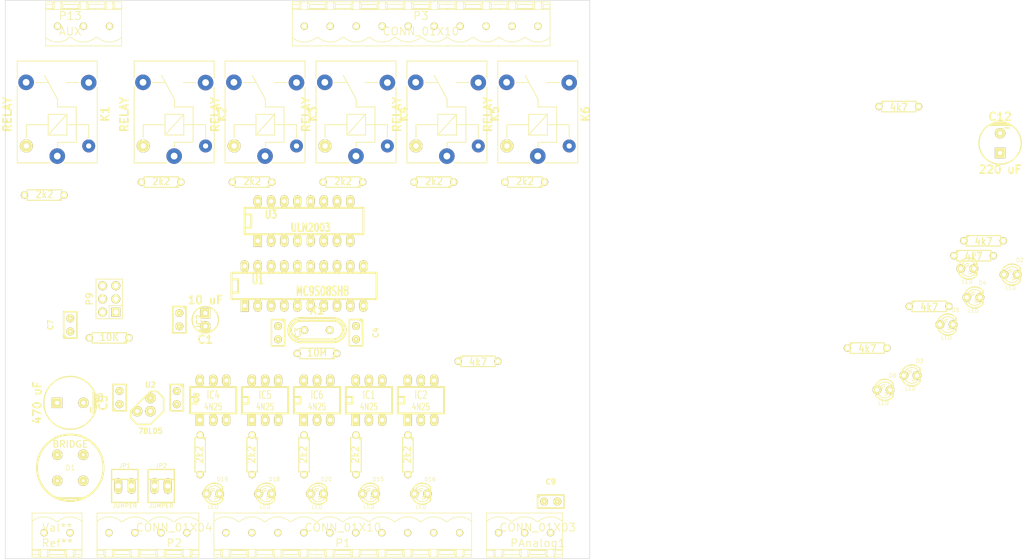
<source format=kicad_pcb>
(kicad_pcb (version 4) (host pcbnew 4.0.0-rc2-stable)
  (layers (0 F.Cu signal) (31 B.Cu signal) (34 B.Paste user) (35 F.Paste user) (36 B.SilkS user) (37 F.SilkS user) (38 B.Mask user) (39 F.Mask user) (44 Edge.Cuts user))
  (net 0 "")
  (net 1 /vreg)
  (net 2 GND)
  (net 3 /XTAL)
  (net 4 /EXTAL)
  (net 5 /24V)
  (net 6 /RESET)
  (net 7 /ADC)
  (net 8 /OPT4)
  (net 9 /OPT5)
  (net 10 "Net-(C12-Pad1)")
  (net 11 /OPT6)
  (net 12 /OPT1)
  (net 13 /OPT2)
  (net 14 "Net-(D1-Pad2)")
  (net 15 "Net-(D1-Pad4)")
  (net 16 "Net-(D2-Pad2)")
  (net 17 "Net-(D3-Pad2)")
  (net 18 "Net-(D4-Pad2)")
  (net 19 "Net-(D5-Pad2)")
  (net 20 "Net-(D6-Pad2)")
  (net 21 "Net-(D7-Pad2)")
  (net 22 "Net-(D15-Pad1)")
  (net 23 "Net-(D16-Pad1)")
  (net 24 "Net-(D18-Pad1)")
  (net 25 "Net-(D19-Pad1)")
  (net 26 "Net-(D20-Pad1)")
  (net 27 /In4)
  (net 28 "Net-(IC1-Pad6)")
  (net 29 /In5)
  (net 30 "Net-(IC2-Pad6)")
  (net 31 /In6)
  (net 32 /In1)
  (net 33 "Net-(IC4-Pad6)")
  (net 34 /In2)
  (net 35 "Net-(IC5-Pad6)")
  (net 36 /In3)
  (net 37 "Net-(IC6-Pad6)")
  (net 38 /24Sen)
  (net 39 /COMSen)
  (net 40 "Net-(K1-Pad3)")
  (net 41 "Net-(K1-Pad4)")
  (net 42 /RAUX)
  (net 43 "Net-(K1-Pad1)")
  (net 44 "Net-(K2-Pad3)")
  (net 45 "Net-(K2-Pad4)")
  (net 46 /R1)
  (net 47 "Net-(K2-Pad1)")
  (net 48 "Net-(K3-Pad3)")
  (net 49 "Net-(K3-Pad4)")
  (net 50 /R2)
  (net 51 "Net-(K3-Pad1)")
  (net 52 "Net-(K4-Pad3)")
  (net 53 "Net-(K4-Pad4)")
  (net 54 /R3)
  (net 55 "Net-(K4-Pad1)")
  (net 56 "Net-(K5-Pad3)")
  (net 57 "Net-(K5-Pad4)")
  (net 58 /R4)
  (net 59 "Net-(K5-Pad1)")
  (net 60 "Net-(K6-Pad3)")
  (net 61 "Net-(K6-Pad4)")
  (net 62 /R5)
  (net 63 "Net-(K6-Pad1)")
  (net 64 /OPT3)
  (net 65 /BDM)
  (net 66 "Net-(P9-Pad3)")
  (net 67 "Net-(P9-Pad5)")
  (net 68 "Net-(R1-Pad2)")
  (net 69 "Net-(R2-Pad2)")
  (net 70 "Net-(U1-Pad1)")
  (net 71 "Net-(U1-Pad2)")
  (net 72 "Net-(U1-Pad3)")
  (net 73 /Out5)
  (net 74 /OutAux)
  (net 75 /Out1)
  (net 76 /Out2)
  (net 77 /Out3)
  (net 78 /Out4)
  (net 79 "Net-(U1-Pad20)")
  (net 80 "Net-(U3-Pad7)")
  (net 81 "Net-(U3-Pad10)")
  (module Capacitors_ThroughHole:Capacitor5x11RM2.5 (layer F.Cu) (at 68.5 99 180)
    (fp_text reference C1 (at 0 -3.81 180) (layer F.SilkS) (effects (font (thickness 0.3048))))
    (fp_text value "10 uF" (at 0 3.81 180) (layer F.SilkS) (effects (font (thickness 0.3048))))
    (pad 1 thru_hole rect (at 0 1.27 180) (size 1.99898 1.99898) (drill 0.8001) (layers *.Cu *.Mask F.SilkS) (net 1 /vreg))
    (pad 2 thru_hole circle (at 0 -1.27 180) (size 1.99898 1.99898) (drill 0.8001) (layers *.Cu *.Mask F.SilkS) (net 2 GND))
  )
  (module Capacitors_ThroughHole:Capacitor3MMDiscRM2.5 (layer F.Cu) (at 63.5 99 270)
    (fp_text reference C2 (at 0 -3.81 270) (layer F.SilkS) (effects (font (size 1.016 1.016) (thickness 0.2032))))
    (fp_text value "0,1 uF" hide)
    (pad 1 thru_hole circle (at -1.27 0 270) (size 1.50114 1.50114) (drill 0.4) (layers *.Cu *.Mask F.SilkS) (net 1 /vreg))
    (pad 2 thru_hole circle (at 1.27 0 270) (size 1.50114 1.50114) (drill 0.4) (layers *.Cu *.Mask F.SilkS) (net 2 GND))
  )
  (module Capacitors_ThroughHole:Capacitor3MMDiscRM2.5 (layer F.Cu) (at 82.5 101.5 270)
    (fp_text reference C3 (at 0 -3.81 270) (layer F.SilkS) (effects (font (size 1.016 1.016) (thickness 0.2032))))
    (fp_text value "22 nF" hide)
    (pad 1 thru_hole circle (at -1.27 0 270) (size 1.50114 1.50114) (drill 0.4) (layers *.Cu *.Mask F.SilkS) (net 3 /XTAL))
    (pad 2 thru_hole circle (at 1.27 0 270) (size 1.50114 1.50114) (drill 0.4) (layers *.Cu *.Mask F.SilkS) (net 2 GND))
  )
  (module Capacitors_ThroughHole:Capacitor3MMDiscRM2.5 (layer F.Cu) (at 97.5 101.5 270)
    (fp_text reference C4 (at 0 -3.81 270) (layer F.SilkS) (effects (font (size 1.016 1.016) (thickness 0.2032))))
    (fp_text value "22 nF" hide)
    (pad 1 thru_hole circle (at -1.27 0 270) (size 1.50114 1.50114) (drill 0.4) (layers *.Cu *.Mask F.SilkS) (net 4 /EXTAL))
    (pad 2 thru_hole circle (at 1.27 0 270) (size 1.50114 1.50114) (drill 0.4) (layers *.Cu *.Mask F.SilkS) (net 2 GND))
  )
  (module Capacitors_ThroughHole:Capacitor10x16RM5 (layer F.Cu) (at 42.5 115 270)
    (fp_text reference C5 (at 0 -6.35 270) (layer F.SilkS) (effects (font (thickness 0.3048))))
    (fp_text value "470 uF" (at 0 6.35 270) (layer F.SilkS) (effects (font (thickness 0.3048))))
    (pad 1 thru_hole rect (at 0 2.54 270) (size 1.99898 1.99898) (drill 0.8001) (layers *.Cu *.Mask F.SilkS) (net 5 /24V))
    (pad 2 thru_hole circle (at 0 -2.54 270) (size 1.99898 1.99898) (drill 0.8001) (layers *.Cu *.Mask F.SilkS) (net 2 GND))
  )
  (module Capacitors_ThroughHole:Capacitor3MMDiscRM2.5 (layer F.Cu) (at 52 114 90)
    (fp_text reference C6 (at 0 -3.81 90) (layer F.SilkS) (effects (font (size 1.016 1.016) (thickness 0.2032))))
    (fp_text value "0.33 uF" hide)
    (pad 1 thru_hole circle (at -1.27 0 90) (size 1.50114 1.50114) (drill 0.4) (layers *.Cu *.Mask F.SilkS) (net 5 /24V))
    (pad 2 thru_hole circle (at 1.27 0 90) (size 1.50114 1.50114) (drill 0.4) (layers *.Cu *.Mask F.SilkS) (net 2 GND))
  )
  (module Capacitors_ThroughHole:Capacitor3MMDiscRM2.5 (layer F.Cu) (at 42.5 100 90)
    (fp_text reference C7 (at 0 -3.81 90) (layer F.SilkS) (effects (font (size 1.016 1.016) (thickness 0.2032))))
    (fp_text value "0.1 uF" hide)
    (pad 1 thru_hole circle (at -1.27 0 90) (size 1.50114 1.50114) (drill 0.4) (layers *.Cu *.Mask F.SilkS) (net 6 /RESET))
    (pad 2 thru_hole circle (at 1.27 0 90) (size 1.50114 1.50114) (drill 0.4) (layers *.Cu *.Mask F.SilkS) (net 2 GND))
  )
  (module Capacitors_ThroughHole:Capacitor3MMDiscRM2.5 (layer F.Cu) (at 63 114 270)
    (fp_text reference C8 (at 0 -3.81 270) (layer F.SilkS) (effects (font (size 1.016 1.016) (thickness 0.2032))))
    (fp_text value "0.01 uF" hide)
    (pad 1 thru_hole circle (at -1.27 0 270) (size 1.50114 1.50114) (drill 0.4) (layers *.Cu *.Mask F.SilkS) (net 1 /vreg))
    (pad 2 thru_hole circle (at 1.27 0 270) (size 1.50114 1.50114) (drill 0.4) (layers *.Cu *.Mask F.SilkS) (net 2 GND))
  )
  (module Capacitors_ThroughHole:Capacitor3MMDiscRM2.5 (layer F.Cu) (at 135 134)
    (fp_text reference C9 (at 0 -3.81) (layer F.SilkS) (effects (font (size 1.016 1.016) (thickness 0.2032))))
    (fp_text value "0,1 uF" hide)
    (pad 1 thru_hole circle (at -1.27 0) (size 1.50114 1.50114) (drill 0.4) (layers *.Cu *.Mask F.SilkS) (net 7 /ADC))
    (pad 2 thru_hole circle (at 1.27 0) (size 1.50114 1.50114) (drill 0.4) (layers *.Cu *.Mask F.SilkS) (net 2 GND))
  )
  (module Capacitors_ThroughHole:Capacitor8x21RM3.8 (layer F.Cu) (at 221.5 65)
    (fp_text reference C12 (at 0 -5.08) (layer F.SilkS) (effects (font (thickness 0.3048))))
    (fp_text value "220 uF" (at 0 5.08) (layer F.SilkS) (effects (font (thickness 0.3048))))
    (pad 1 thru_hole rect (at 0 1.905) (size 1.99898 1.99898) (drill 0.8001) (layers *.Cu *.Mask F.SilkS) (net 10 "Net-(C12-Pad1)"))
    (pad 2 thru_hole circle (at 0 -1.905) (size 1.99898 1.99898) (drill 0.8001) (layers *.Cu *.Mask F.SilkS) (net 11 /OPT6))
  )
  (module Discret:PUSH_BUTT_SHAPE1 (layer F.Cu) (at 42.5 127.5)
    (fp_text reference D1 (at 0 0) (layer F.SilkS) (effects (font (size 1.00076 1.00076) (thickness 0.09906))))
    (fp_text value BRIDGE (at 0 -4.54914) (layer F.SilkS) (effects (font (size 1.27 1.27) (thickness 0.2032))))
    (pad 1 thru_hole circle (at -2.49936 -2.49936) (size 1.99898 1.99898) (drill 0.508) (layers *.Cu *.Mask F.SilkS) (net 14 "Net-(D1-Pad2)"))
    (pad 2 thru_hole circle (at 2.49936 -2.49936) (size 1.99898 1.99898) (drill 0.508) (layers *.Cu *.Mask F.SilkS) (net 2 GND))
    (pad 4 thru_hole circle (at 2.49936 2.49936) (size 1.99898 1.99898) (drill 0.508) (layers *.Cu *.Mask F.SilkS) (net 15 "Net-(D1-Pad4)"))
    (pad 3 thru_hole circle (at -2.49936 2.49936) (size 1.99898 1.99898) (drill 0.508) (layers *.Cu *.Mask F.SilkS) (net 5 /24V))
  )
  (module LEDs:LED-3MM (layer F.Cu) (at 223.5322 90.31475)
    (fp_text reference D2 (at 1.778 -2.794) (layer F.SilkS) (effects (font (size 0.762 0.762) (thickness 0.0889))))
    (fp_text value LED (at 0 2.54) (layer F.SilkS) (effects (font (size 0.762 0.762) (thickness 0.0889))))
    (pad 1 thru_hole circle (at -1.27 0) (size 1.6764 1.6764) (drill 0.8128) (layers *.Cu *.Mask F.SilkS) (net 5 /24V))
    (pad 2 thru_hole circle (at 1.27 0) (size 1.6764 1.6764) (drill 0.8128) (layers *.Cu *.Mask F.SilkS) (net 16 "Net-(D2-Pad2)"))
  )
  (module LEDs:LED-3MM (layer F.Cu) (at 204.2422 109.72475)
    (fp_text reference D3 (at 1.778 -2.794) (layer F.SilkS) (effects (font (size 0.762 0.762) (thickness 0.0889))))
    (fp_text value LED (at 0 2.54) (layer F.SilkS) (effects (font (size 0.762 0.762) (thickness 0.0889))))
    (pad 1 thru_hole circle (at -1.27 0) (size 1.6764 1.6764) (drill 0.8128) (layers *.Cu *.Mask F.SilkS) (net 5 /24V))
    (pad 2 thru_hole circle (at 1.27 0) (size 1.6764 1.6764) (drill 0.8128) (layers *.Cu *.Mask F.SilkS) (net 17 "Net-(D3-Pad2)"))
  )
  (module LEDs:LED-3MM (layer F.Cu) (at 216.3522 94.71475)
    (fp_text reference D4 (at 1.778 -2.794) (layer F.SilkS) (effects (font (size 0.762 0.762) (thickness 0.0889))))
    (fp_text value LED (at 0 2.54) (layer F.SilkS) (effects (font (size 0.762 0.762) (thickness 0.0889))))
    (pad 1 thru_hole circle (at -1.27 0) (size 1.6764 1.6764) (drill 0.8128) (layers *.Cu *.Mask F.SilkS) (net 5 /24V))
    (pad 2 thru_hole circle (at 1.27 0) (size 1.6764 1.6764) (drill 0.8128) (layers *.Cu *.Mask F.SilkS) (net 18 "Net-(D4-Pad2)"))
  )
  (module LEDs:LED-3MM (layer F.Cu) (at 211.1722 99.92475)
    (fp_text reference D5 (at 1.778 -2.794) (layer F.SilkS) (effects (font (size 0.762 0.762) (thickness 0.0889))))
    (fp_text value LED (at 0 2.54) (layer F.SilkS) (effects (font (size 0.762 0.762) (thickness 0.0889))))
    (pad 1 thru_hole circle (at -1.27 0) (size 1.6764 1.6764) (drill 0.8128) (layers *.Cu *.Mask F.SilkS) (net 5 /24V))
    (pad 2 thru_hole circle (at 1.27 0) (size 1.6764 1.6764) (drill 0.8128) (layers *.Cu *.Mask F.SilkS) (net 19 "Net-(D5-Pad2)"))
  )
  (module LEDs:LED-3MM (layer F.Cu) (at 199.0622 112.50475)
    (fp_text reference D6 (at 1.778 -2.794) (layer F.SilkS) (effects (font (size 0.762 0.762) (thickness 0.0889))))
    (fp_text value LED (at 0 2.54) (layer F.SilkS) (effects (font (size 0.762 0.762) (thickness 0.0889))))
    (pad 1 thru_hole circle (at -1.27 0) (size 1.6764 1.6764) (drill 0.8128) (layers *.Cu *.Mask F.SilkS) (net 5 /24V))
    (pad 2 thru_hole circle (at 1.27 0) (size 1.6764 1.6764) (drill 0.8128) (layers *.Cu *.Mask F.SilkS) (net 20 "Net-(D6-Pad2)"))
  )
  (module LEDs:LED-3MM (layer F.Cu) (at 215.1822 89.16475)
    (fp_text reference D7 (at 1.778 -2.794) (layer F.SilkS) (effects (font (size 0.762 0.762) (thickness 0.0889))))
    (fp_text value LED (at 0 2.54) (layer F.SilkS) (effects (font (size 0.762 0.762) (thickness 0.0889))))
    (pad 1 thru_hole circle (at -1.27 0) (size 1.6764 1.6764) (drill 0.8128) (layers *.Cu *.Mask F.SilkS) (net 5 /24V))
    (pad 2 thru_hole circle (at 1.27 0) (size 1.6764 1.6764) (drill 0.8128) (layers *.Cu *.Mask F.SilkS) (net 21 "Net-(D7-Pad2)"))
  )
  (module LEDs:LED-3MM (layer F.Cu) (at 100 132.5)
    (fp_text reference D15 (at 1.778 -2.794) (layer F.SilkS) (effects (font (size 0.762 0.762) (thickness 0.0889))))
    (fp_text value LED (at 0 2.54) (layer F.SilkS) (effects (font (size 0.762 0.762) (thickness 0.0889))))
    (pad 1 thru_hole circle (at -1.27 0) (size 1.6764 1.6764) (drill 0.8128) (layers *.Cu *.Mask F.SilkS) (net 22 "Net-(D15-Pad1)"))
    (pad 2 thru_hole circle (at 1.27 0) (size 1.6764 1.6764) (drill 0.8128) (layers *.Cu *.Mask F.SilkS) (net 8 /OPT4))
  )
  (module LEDs:LED-3MM (layer F.Cu) (at 110 132.5)
    (fp_text reference D16 (at 1.778 -2.794) (layer F.SilkS) (effects (font (size 0.762 0.762) (thickness 0.0889))))
    (fp_text value LED (at 0 2.54) (layer F.SilkS) (effects (font (size 0.762 0.762) (thickness 0.0889))))
    (pad 1 thru_hole circle (at -1.27 0) (size 1.6764 1.6764) (drill 0.8128) (layers *.Cu *.Mask F.SilkS) (net 23 "Net-(D16-Pad1)"))
    (pad 2 thru_hole circle (at 1.27 0) (size 1.6764 1.6764) (drill 0.8128) (layers *.Cu *.Mask F.SilkS) (net 9 /OPT5))
  )
  (module LEDs:LED-3MM (layer F.Cu) (at 80 132.5)
    (fp_text reference D18 (at 1.778 -2.794) (layer F.SilkS) (effects (font (size 0.762 0.762) (thickness 0.0889))))
    (fp_text value LED (at 0 2.54) (layer F.SilkS) (effects (font (size 0.762 0.762) (thickness 0.0889))))
    (pad 1 thru_hole circle (at -1.27 0) (size 1.6764 1.6764) (drill 0.8128) (layers *.Cu *.Mask F.SilkS) (net 24 "Net-(D18-Pad1)"))
    (pad 2 thru_hole circle (at 1.27 0) (size 1.6764 1.6764) (drill 0.8128) (layers *.Cu *.Mask F.SilkS) (net 13 /OPT2))
  )
  (module LEDs:LED-3MM (layer F.Cu) (at 70 132.5)
    (fp_text reference D19 (at 1.778 -2.794) (layer F.SilkS) (effects (font (size 0.762 0.762) (thickness 0.0889))))
    (fp_text value LED (at 0 2.54) (layer F.SilkS) (effects (font (size 0.762 0.762) (thickness 0.0889))))
    (pad 1 thru_hole circle (at -1.27 0) (size 1.6764 1.6764) (drill 0.8128) (layers *.Cu *.Mask F.SilkS) (net 25 "Net-(D19-Pad1)"))
    (pad 2 thru_hole circle (at 1.27 0) (size 1.6764 1.6764) (drill 0.8128) (layers *.Cu *.Mask F.SilkS) (net 12 /OPT1))
  )
  (module LEDs:LED-3MM (layer F.Cu) (at 90 132.5)
    (fp_text reference D20 (at 1.778 -2.794) (layer F.SilkS) (effects (font (size 0.762 0.762) (thickness 0.0889))))
    (fp_text value LED (at 0 2.54) (layer F.SilkS) (effects (font (size 0.762 0.762) (thickness 0.0889))))
    (pad 1 thru_hole circle (at -1.27 0) (size 1.6764 1.6764) (drill 0.8128) (layers *.Cu *.Mask F.SilkS) (net 26 "Net-(D20-Pad1)"))
    (pad 2 thru_hole circle (at 1.27 0) (size 1.6764 1.6764) (drill 0.8128) (layers *.Cu *.Mask F.SilkS) (net 64 /OPT3))
  )
  (module Sockets_DIP:DIP-6__300_ELL (layer F.Cu) (at 100 114.5)
    (fp_text reference IC1 (at 0 -1.016) (layer F.SilkS) (effects (font (size 1.524 1.016) (thickness 0.1524))))
    (fp_text value 4N25 (at 0 1.27) (layer F.SilkS) (effects (font (size 1.27 0.889) (thickness 0.1524))))
    (pad 1 thru_hole rect (at -2.54 3.81) (size 1.5748 2.286) (drill 0.8128) (layers *.Cu *.Mask F.SilkS) (net 22 "Net-(D15-Pad1)"))
    (pad 2 thru_hole oval (at 0 3.81) (size 1.5748 2.286) (drill 0.8128) (layers *.Cu *.Mask F.SilkS) (net 8 /OPT4))
    (pad 3 thru_hole oval (at 2.54 3.81) (size 1.5748 2.286) (drill 0.8128) (layers *.Cu *.Mask F.SilkS))
    (pad 4 thru_hole oval (at 2.54 -3.81) (size 1.5748 2.286) (drill 0.8128) (layers *.Cu *.Mask F.SilkS) (net 2 GND))
    (pad 5 thru_hole oval (at 0 -3.81) (size 1.5748 2.286) (drill 0.8128) (layers *.Cu *.Mask F.SilkS) (net 27 /In4))
    (pad 6 thru_hole oval (at -2.54 -3.81) (size 1.5748 2.286) (drill 0.8128) (layers *.Cu *.Mask F.SilkS) (net 28 "Net-(IC1-Pad6)"))
  )
  (module Sockets_DIP:DIP-6__300_ELL (layer F.Cu) (at 110 114.5)
    (fp_text reference IC2 (at 0 -1.016) (layer F.SilkS) (effects (font (size 1.524 1.016) (thickness 0.1524))))
    (fp_text value 4N25 (at 0 1.27) (layer F.SilkS) (effects (font (size 1.27 0.889) (thickness 0.1524))))
    (pad 1 thru_hole rect (at -2.54 3.81) (size 1.5748 2.286) (drill 0.8128) (layers *.Cu *.Mask F.SilkS) (net 23 "Net-(D16-Pad1)"))
    (pad 2 thru_hole oval (at 0 3.81) (size 1.5748 2.286) (drill 0.8128) (layers *.Cu *.Mask F.SilkS) (net 9 /OPT5))
    (pad 3 thru_hole oval (at 2.54 3.81) (size 1.5748 2.286) (drill 0.8128) (layers *.Cu *.Mask F.SilkS))
    (pad 4 thru_hole oval (at 2.54 -3.81) (size 1.5748 2.286) (drill 0.8128) (layers *.Cu *.Mask F.SilkS) (net 2 GND))
    (pad 5 thru_hole oval (at 0 -3.81) (size 1.5748 2.286) (drill 0.8128) (layers *.Cu *.Mask F.SilkS) (net 29 /In5))
    (pad 6 thru_hole oval (at -2.54 -3.81) (size 1.5748 2.286) (drill 0.8128) (layers *.Cu *.Mask F.SilkS) (net 30 "Net-(IC2-Pad6)"))
  )
  (module Sockets_DIP:DIP-6__300_ELL (layer F.Cu) (at 70 114.5)
    (fp_text reference IC4 (at 0 -1.016) (layer F.SilkS) (effects (font (size 1.524 1.016) (thickness 0.1524))))
    (fp_text value 4N25 (at 0 1.27) (layer F.SilkS) (effects (font (size 1.27 0.889) (thickness 0.1524))))
    (pad 1 thru_hole rect (at -2.54 3.81) (size 1.5748 2.286) (drill 0.8128) (layers *.Cu *.Mask F.SilkS) (net 25 "Net-(D19-Pad1)"))
    (pad 2 thru_hole oval (at 0 3.81) (size 1.5748 2.286) (drill 0.8128) (layers *.Cu *.Mask F.SilkS) (net 12 /OPT1))
    (pad 3 thru_hole oval (at 2.54 3.81) (size 1.5748 2.286) (drill 0.8128) (layers *.Cu *.Mask F.SilkS))
    (pad 4 thru_hole oval (at 2.54 -3.81) (size 1.5748 2.286) (drill 0.8128) (layers *.Cu *.Mask F.SilkS) (net 2 GND))
    (pad 5 thru_hole oval (at 0 -3.81) (size 1.5748 2.286) (drill 0.8128) (layers *.Cu *.Mask F.SilkS) (net 32 /In1))
    (pad 6 thru_hole oval (at -2.54 -3.81) (size 1.5748 2.286) (drill 0.8128) (layers *.Cu *.Mask F.SilkS) (net 33 "Net-(IC4-Pad6)"))
  )
  (module Sockets_DIP:DIP-6__300_ELL (layer F.Cu) (at 80 114.5)
    (fp_text reference IC5 (at 0 -1.016) (layer F.SilkS) (effects (font (size 1.524 1.016) (thickness 0.1524))))
    (fp_text value 4N25 (at 0 1.27) (layer F.SilkS) (effects (font (size 1.27 0.889) (thickness 0.1524))))
    (pad 1 thru_hole rect (at -2.54 3.81) (size 1.5748 2.286) (drill 0.8128) (layers *.Cu *.Mask F.SilkS) (net 24 "Net-(D18-Pad1)"))
    (pad 2 thru_hole oval (at 0 3.81) (size 1.5748 2.286) (drill 0.8128) (layers *.Cu *.Mask F.SilkS) (net 13 /OPT2))
    (pad 3 thru_hole oval (at 2.54 3.81) (size 1.5748 2.286) (drill 0.8128) (layers *.Cu *.Mask F.SilkS))
    (pad 4 thru_hole oval (at 2.54 -3.81) (size 1.5748 2.286) (drill 0.8128) (layers *.Cu *.Mask F.SilkS) (net 2 GND))
    (pad 5 thru_hole oval (at 0 -3.81) (size 1.5748 2.286) (drill 0.8128) (layers *.Cu *.Mask F.SilkS) (net 34 /In2))
    (pad 6 thru_hole oval (at -2.54 -3.81) (size 1.5748 2.286) (drill 0.8128) (layers *.Cu *.Mask F.SilkS) (net 35 "Net-(IC5-Pad6)"))
  )
  (module Sockets_DIP:DIP-6__300_ELL (layer F.Cu) (at 90 114.5)
    (fp_text reference IC6 (at 0 -1.016) (layer F.SilkS) (effects (font (size 1.524 1.016) (thickness 0.1524))))
    (fp_text value 4N25 (at 0 1.27) (layer F.SilkS) (effects (font (size 1.27 0.889) (thickness 0.1524))))
    (pad 1 thru_hole rect (at -2.54 3.81) (size 1.5748 2.286) (drill 0.8128) (layers *.Cu *.Mask F.SilkS) (net 26 "Net-(D20-Pad1)"))
    (pad 2 thru_hole oval (at 0 3.81) (size 1.5748 2.286) (drill 0.8128) (layers *.Cu *.Mask F.SilkS) (net 64 /OPT3))
    (pad 3 thru_hole oval (at 2.54 3.81) (size 1.5748 2.286) (drill 0.8128) (layers *.Cu *.Mask F.SilkS))
    (pad 4 thru_hole oval (at 2.54 -3.81) (size 1.5748 2.286) (drill 0.8128) (layers *.Cu *.Mask F.SilkS) (net 2 GND))
    (pad 5 thru_hole oval (at 0 -3.81) (size 1.5748 2.286) (drill 0.8128) (layers *.Cu *.Mask F.SilkS) (net 36 /In3))
    (pad 6 thru_hole oval (at -2.54 -3.81) (size 1.5748 2.286) (drill 0.8128) (layers *.Cu *.Mask F.SilkS) (net 37 "Net-(IC6-Pad6)"))
  )
  (module Connect:PINHEAD1-2 (layer F.Cu) (at 53 131)
    (fp_text reference JP1 (at 0 -3.9) (layer F.SilkS) (effects (font (size 0.8 0.8) (thickness 0.12))))
    (fp_text value JUMPER (at 0 3.81) (layer F.SilkS) (effects (font (size 0.8 0.8) (thickness 0.12))))
    (pad 1 thru_hole oval (at -1.27 0) (size 1.50622 3.01498) (drill 0.99822) (layers *.Cu *.Mask F.SilkS) (net 38 /24Sen))
    (pad 2 thru_hole oval (at 1.27 0) (size 1.50622 3.01498) (drill 0.99822) (layers *.Cu *.Mask F.SilkS) (net 5 /24V))
  )
  (module Connect:PINHEAD1-2 (layer F.Cu) (at 60 131)
    (fp_text reference JP2 (at 0 -3.9) (layer F.SilkS) (effects (font (size 0.8 0.8) (thickness 0.12))))
    (fp_text value JUMPER (at 0 3.81) (layer F.SilkS) (effects (font (size 0.8 0.8) (thickness 0.12))))
    (pad 1 thru_hole oval (at -1.27 0) (size 1.50622 3.01498) (drill 0.99822) (layers *.Cu *.Mask F.SilkS) (net 39 /COMSen))
    (pad 2 thru_hole oval (at 1.27 0) (size 1.50622 3.01498) (drill 0.99822) (layers *.Cu *.Mask F.SilkS) (net 2 GND))
  )
  (module Relays_ThroughHole:Relay_SANYOU_SRD_Series_Form_C (layer F.Cu) (at 40 67.5 90)
    (fp_text reference K1 (at 8.1 9.2 90) (layer F.SilkS) (effects (font (thickness 0.3048))))
    (fp_text value RELAY (at 8 -9.6 90) (layer F.SilkS) (effects (font (thickness 0.3048))))
    (pad 2 thru_hole circle (at 1.95 6.05 180) (size 2.5 2.5) (drill 1) (layers *.Cu *.Mask) (net 5 /24V))
    (pad 3 thru_hole circle (at 14.15 6.05 180) (size 3 3) (drill 1.3) (layers *.Cu *.Mask) (net 40 "Net-(K1-Pad3)"))
    (pad 4 thru_hole circle (at 14.2 -6 180) (size 3 3) (drill 1.3) (layers *.Cu *.Mask) (net 41 "Net-(K1-Pad4)"))
    (pad 5 thru_hole circle (at 1.95 -5.95 180) (size 2.5 2.5) (drill 1) (layers *.Cu *.Mask F.SilkS) (net 42 /RAUX))
    (pad 1 thru_hole circle (at 0 0 180) (size 3 3) (drill 1.3) (layers *.Cu *.Mask) (net 43 "Net-(K1-Pad1)"))
  )
  (module Relays_ThroughHole:Relay_SANYOU_SRD_Series_Form_C (layer F.Cu) (at 62.5 67.5 90)
    (fp_text reference K2 (at 8.1 9.2 90) (layer F.SilkS) (effects (font (thickness 0.3048))))
    (fp_text value RELAY (at 8 -9.6 90) (layer F.SilkS) (effects (font (thickness 0.3048))))
    (pad 2 thru_hole circle (at 1.95 6.05 180) (size 2.5 2.5) (drill 1) (layers *.Cu *.Mask) (net 5 /24V))
    (pad 3 thru_hole circle (at 14.15 6.05 180) (size 3 3) (drill 1.3) (layers *.Cu *.Mask) (net 44 "Net-(K2-Pad3)"))
    (pad 4 thru_hole circle (at 14.2 -6 180) (size 3 3) (drill 1.3) (layers *.Cu *.Mask) (net 45 "Net-(K2-Pad4)"))
    (pad 5 thru_hole circle (at 1.95 -5.95 180) (size 2.5 2.5) (drill 1) (layers *.Cu *.Mask F.SilkS) (net 46 /R1))
    (pad 1 thru_hole circle (at 0 0 180) (size 3 3) (drill 1.3) (layers *.Cu *.Mask) (net 47 "Net-(K2-Pad1)"))
  )
  (module Relays_ThroughHole:Relay_SANYOU_SRD_Series_Form_C (layer F.Cu) (at 80 67.5 90)
    (fp_text reference K3 (at 8.1 9.2 90) (layer F.SilkS) (effects (font (thickness 0.3048))))
    (fp_text value RELAY (at 8 -9.6 90) (layer F.SilkS) (effects (font (thickness 0.3048))))
    (pad 2 thru_hole circle (at 1.95 6.05 180) (size 2.5 2.5) (drill 1) (layers *.Cu *.Mask) (net 5 /24V))
    (pad 3 thru_hole circle (at 14.15 6.05 180) (size 3 3) (drill 1.3) (layers *.Cu *.Mask) (net 48 "Net-(K3-Pad3)"))
    (pad 4 thru_hole circle (at 14.2 -6 180) (size 3 3) (drill 1.3) (layers *.Cu *.Mask) (net 49 "Net-(K3-Pad4)"))
    (pad 5 thru_hole circle (at 1.95 -5.95 180) (size 2.5 2.5) (drill 1) (layers *.Cu *.Mask F.SilkS) (net 50 /R2))
    (pad 1 thru_hole circle (at 0 0 180) (size 3 3) (drill 1.3) (layers *.Cu *.Mask) (net 51 "Net-(K3-Pad1)"))
  )
  (module Relays_ThroughHole:Relay_SANYOU_SRD_Series_Form_C (layer F.Cu) (at 97.5 67.5 90)
    (fp_text reference K4 (at 8.1 9.2 90) (layer F.SilkS) (effects (font (thickness 0.3048))))
    (fp_text value RELAY (at 8 -9.6 90) (layer F.SilkS) (effects (font (thickness 0.3048))))
    (pad 2 thru_hole circle (at 1.95 6.05 180) (size 2.5 2.5) (drill 1) (layers *.Cu *.Mask) (net 5 /24V))
    (pad 3 thru_hole circle (at 14.15 6.05 180) (size 3 3) (drill 1.3) (layers *.Cu *.Mask) (net 52 "Net-(K4-Pad3)"))
    (pad 4 thru_hole circle (at 14.2 -6 180) (size 3 3) (drill 1.3) (layers *.Cu *.Mask) (net 53 "Net-(K4-Pad4)"))
    (pad 5 thru_hole circle (at 1.95 -5.95 180) (size 2.5 2.5) (drill 1) (layers *.Cu *.Mask F.SilkS) (net 54 /R3))
    (pad 1 thru_hole circle (at 0 0 180) (size 3 3) (drill 1.3) (layers *.Cu *.Mask) (net 55 "Net-(K4-Pad1)"))
  )
  (module Relays_ThroughHole:Relay_SANYOU_SRD_Series_Form_C (layer F.Cu) (at 115 67.5 90)
    (fp_text reference K5 (at 8.1 9.2 90) (layer F.SilkS) (effects (font (thickness 0.3048))))
    (fp_text value RELAY (at 8 -9.6 90) (layer F.SilkS) (effects (font (thickness 0.3048))))
    (pad 2 thru_hole circle (at 1.95 6.05 180) (size 2.5 2.5) (drill 1) (layers *.Cu *.Mask) (net 5 /24V))
    (pad 3 thru_hole circle (at 14.15 6.05 180) (size 3 3) (drill 1.3) (layers *.Cu *.Mask) (net 56 "Net-(K5-Pad3)"))
    (pad 4 thru_hole circle (at 14.2 -6 180) (size 3 3) (drill 1.3) (layers *.Cu *.Mask) (net 57 "Net-(K5-Pad4)"))
    (pad 5 thru_hole circle (at 1.95 -5.95 180) (size 2.5 2.5) (drill 1) (layers *.Cu *.Mask F.SilkS) (net 58 /R4))
    (pad 1 thru_hole circle (at 0 0 180) (size 3 3) (drill 1.3) (layers *.Cu *.Mask) (net 59 "Net-(K5-Pad1)"))
  )
  (module Relays_ThroughHole:Relay_SANYOU_SRD_Series_Form_C (layer F.Cu) (at 132.5 67.5 90)
    (fp_text reference K6 (at 8.1 9.2 90) (layer F.SilkS) (effects (font (thickness 0.3048))))
    (fp_text value RELAY (at 8 -9.6 90) (layer F.SilkS) (effects (font (thickness 0.3048))))
    (pad 2 thru_hole circle (at 1.95 6.05 180) (size 2.5 2.5) (drill 1) (layers *.Cu *.Mask) (net 5 /24V))
    (pad 3 thru_hole circle (at 14.15 6.05 180) (size 3 3) (drill 1.3) (layers *.Cu *.Mask) (net 60 "Net-(K6-Pad3)"))
    (pad 4 thru_hole circle (at 14.2 -6 180) (size 3 3) (drill 1.3) (layers *.Cu *.Mask) (net 61 "Net-(K6-Pad4)"))
    (pad 5 thru_hole circle (at 1.95 -5.95 180) (size 2.5 2.5) (drill 1) (layers *.Cu *.Mask F.SilkS) (net 62 /R5))
    (pad 1 thru_hole circle (at 0 0 180) (size 3 3) (drill 1.3) (layers *.Cu *.Mask) (net 63 "Net-(K6-Pad1)"))
  )
  (module locales:PHOENIX_MSTBA2,54-G_10 (layer F.Cu) (at 95 140 180)
    (fp_text reference P1 (at 0 -2 180) (layer F.SilkS))
    (fp_text value CONN_01X10 (at 0 1 180) (layer F.SilkS))
    (pad 1 thru_hole rect (at 22.55 -0.02 180) (size 2.54 0) (drill 1.29794) (layers *.Cu F.Paste F.SilkS F.Mask) (net 39 /COMSen))
    (pad 1 thru_hole rect (at 17.55 -0.02 180) (size 2.54 0) (drill 1.29794) (layers *.Cu F.Paste F.SilkS F.Mask) (net 39 /COMSen))
    (pad 9 thru_hole circle (at 17.55 0 180) (size 1.397 1.397) (drill 0.8128) (layers *.Cu *.Mask F.SilkS) (net 39 /COMSen))
    (pad 10 thru_hole circle (at 22.54 -0.01 180) (size 1.397 1.397) (drill 0.8128) (layers *.Cu *.Mask F.SilkS) (net 12 /OPT1))
    (pad 1 thru_hole rect (at 12.55 -0.02 180) (size 2.54 0) (drill 1.29794) (layers *.Cu F.Paste F.SilkS F.Mask) (net 39 /COMSen))
    (pad 1 thru_hole rect (at 7.55 -0.02 180) (size 2.54 0) (drill 1.29794) (layers *.Cu F.Paste F.SilkS F.Mask) (net 39 /COMSen))
    (pad 7 thru_hole circle (at 7.55 0 180) (size 1.397 1.397) (drill 0.8128) (layers *.Cu *.Mask F.SilkS) (net 39 /COMSen))
    (pad 8 thru_hole circle (at 12.54 -0.01 180) (size 1.397 1.397) (drill 0.8128) (layers *.Cu *.Mask F.SilkS) (net 13 /OPT2))
    (pad 1 thru_hole rect (at -17.45 -0.02 180) (size 2.54 0) (drill 1.29794) (layers *.Cu F.Paste F.SilkS F.Mask) (net 39 /COMSen))
    (pad 1 thru_hole rect (at -22.45 -0.02 180) (size 2.54 0) (drill 1.29794) (layers *.Cu F.Paste F.SilkS F.Mask) (net 39 /COMSen))
    (pad 1 thru_hole circle (at -22.45 0 180) (size 1.397 1.397) (drill 0.8128) (layers *.Cu *.Mask F.SilkS) (net 39 /COMSen))
    (pad 2 thru_hole circle (at -17.46 -0.01 180) (size 1.397 1.397) (drill 0.8128) (layers *.Cu *.Mask F.SilkS) (net 9 /OPT5))
    (pad 1 thru_hole rect (at -7.45 -0.02 180) (size 2.54 0) (drill 1.29794) (layers *.Cu F.Paste F.SilkS F.Mask) (net 39 /COMSen))
    (pad 1 thru_hole rect (at -12.45 -0.02 180) (size 2.54 0) (drill 1.29794) (layers *.Cu F.Paste F.SilkS F.Mask) (net 39 /COMSen))
    (pad 3 thru_hole circle (at -12.45 0 180) (size 1.397 1.397) (drill 0.8128) (layers *.Cu *.Mask F.SilkS) (net 39 /COMSen))
    (pad 4 thru_hole circle (at -7.46 -0.01 180) (size 1.397 1.397) (drill 0.8128) (layers *.Cu *.Mask F.SilkS) (net 8 /OPT4))
    (pad 1 thru_hole rect (at 2.55 -0.02 180) (size 2.54 0) (drill 1.29794) (layers *.Cu F.Paste F.SilkS F.Mask) (net 39 /COMSen))
    (pad 1 thru_hole rect (at -2.45 -0.02 180) (size 2.54 0) (drill 1.29794) (layers *.Cu F.Paste F.SilkS F.Mask) (net 39 /COMSen))
    (pad 5 thru_hole circle (at -2.45 0 180) (size 1.397 1.397) (drill 0.8128) (layers *.Cu *.Mask F.SilkS) (net 39 /COMSen))
    (pad 6 thru_hole circle (at 2.54 -0.01 180) (size 1.397 1.397) (drill 0.8128) (layers *.Cu *.Mask F.SilkS) (net 64 /OPT3))
  )
  (module locales:PHOENIX_MSTBA2,54-G_4 (layer F.Cu) (at 57.5 140 180)
    (fp_text reference P2 (at -5 -2 180) (layer F.SilkS))
    (fp_text value CONN_01X04 (at -5 1 180) (layer F.SilkS))
    (pad 1 thru_hole rect (at 7.55 -0.02 180) (size 2.54 0) (drill 1.29794) (layers *.Cu F.Paste F.SilkS F.Mask) (net 2 GND))
    (pad 1 thru_hole rect (at 2.55 -0.02 180) (size 2.54 0) (drill 1.29794) (layers *.Cu F.Paste F.SilkS F.Mask) (net 2 GND))
    (pad 3 thru_hole circle (at 2.55 0 180) (size 1.397 1.397) (drill 0.8128) (layers *.Cu *.Mask F.SilkS) (net 39 /COMSen))
    (pad 4 thru_hole circle (at 7.54 -0.01 180) (size 1.397 1.397) (drill 0.8128) (layers *.Cu *.Mask F.SilkS) (net 38 /24Sen))
    (pad 1 thru_hole rect (at -2.45 -0.02 180) (size 2.54 0) (drill 1.29794) (layers *.Cu F.Paste F.SilkS F.Mask) (net 2 GND))
    (pad 1 thru_hole rect (at -7.45 -0.02 180) (size 2.54 0) (drill 1.29794) (layers *.Cu F.Paste F.SilkS F.Mask) (net 2 GND))
    (pad 1 thru_hole circle (at -7.45 0 180) (size 1.397 1.397) (drill 0.8128) (layers *.Cu *.Mask F.SilkS) (net 2 GND))
    (pad 2 thru_hole circle (at -2.46 -0.01 180) (size 1.397 1.397) (drill 0.8128) (layers *.Cu *.Mask F.SilkS) (net 5 /24V))
  )
  (module locales:PHOENIX_MSTBA2,54-G_10 (layer F.Cu) (at 110 42.5)
    (fp_text reference P3 (at 0 -2) (layer F.SilkS))
    (fp_text value CONN_01X10 (at 0 1) (layer F.SilkS))
    (pad 1 thru_hole rect (at 22.55 -0.02) (size 2.54 0) (drill 1.29794) (layers *.Cu F.Paste F.SilkS F.Mask) (net 47 "Net-(K2-Pad1)"))
    (pad 1 thru_hole rect (at 17.55 -0.02) (size 2.54 0) (drill 1.29794) (layers *.Cu F.Paste F.SilkS F.Mask) (net 47 "Net-(K2-Pad1)"))
    (pad 9 thru_hole circle (at 17.55 0) (size 1.397 1.397) (drill 0.8128) (layers *.Cu *.Mask F.SilkS) (net 63 "Net-(K6-Pad1)"))
    (pad 10 thru_hole circle (at 22.54 -0.01) (size 1.397 1.397) (drill 0.8128) (layers *.Cu *.Mask F.SilkS) (net 61 "Net-(K6-Pad4)"))
    (pad 1 thru_hole rect (at 12.55 -0.02) (size 2.54 0) (drill 1.29794) (layers *.Cu F.Paste F.SilkS F.Mask) (net 47 "Net-(K2-Pad1)"))
    (pad 1 thru_hole rect (at 7.55 -0.02) (size 2.54 0) (drill 1.29794) (layers *.Cu F.Paste F.SilkS F.Mask) (net 47 "Net-(K2-Pad1)"))
    (pad 7 thru_hole circle (at 7.55 0) (size 1.397 1.397) (drill 0.8128) (layers *.Cu *.Mask F.SilkS) (net 56 "Net-(K5-Pad3)"))
    (pad 8 thru_hole circle (at 12.54 -0.01) (size 1.397 1.397) (drill 0.8128) (layers *.Cu *.Mask F.SilkS) (net 57 "Net-(K5-Pad4)"))
    (pad 1 thru_hole rect (at -17.45 -0.02) (size 2.54 0) (drill 1.29794) (layers *.Cu F.Paste F.SilkS F.Mask) (net 47 "Net-(K2-Pad1)"))
    (pad 1 thru_hole rect (at -22.45 -0.02) (size 2.54 0) (drill 1.29794) (layers *.Cu F.Paste F.SilkS F.Mask) (net 47 "Net-(K2-Pad1)"))
    (pad 1 thru_hole circle (at -22.45 0) (size 1.397 1.397) (drill 0.8128) (layers *.Cu *.Mask F.SilkS) (net 47 "Net-(K2-Pad1)"))
    (pad 2 thru_hole circle (at -17.46 -0.01) (size 1.397 1.397) (drill 0.8128) (layers *.Cu *.Mask F.SilkS) (net 45 "Net-(K2-Pad4)"))
    (pad 1 thru_hole rect (at -7.45 -0.02) (size 2.54 0) (drill 1.29794) (layers *.Cu F.Paste F.SilkS F.Mask) (net 47 "Net-(K2-Pad1)"))
    (pad 1 thru_hole rect (at -12.45 -0.02) (size 2.54 0) (drill 1.29794) (layers *.Cu F.Paste F.SilkS F.Mask) (net 47 "Net-(K2-Pad1)"))
    (pad 3 thru_hole circle (at -12.45 0) (size 1.397 1.397) (drill 0.8128) (layers *.Cu *.Mask F.SilkS) (net 51 "Net-(K3-Pad1)"))
    (pad 4 thru_hole circle (at -7.46 -0.01) (size 1.397 1.397) (drill 0.8128) (layers *.Cu *.Mask F.SilkS) (net 49 "Net-(K3-Pad4)"))
    (pad 1 thru_hole rect (at 2.55 -0.02) (size 2.54 0) (drill 1.29794) (layers *.Cu F.Paste F.SilkS F.Mask) (net 47 "Net-(K2-Pad1)"))
    (pad 1 thru_hole rect (at -2.45 -0.02) (size 2.54 0) (drill 1.29794) (layers *.Cu F.Paste F.SilkS F.Mask) (net 47 "Net-(K2-Pad1)"))
    (pad 5 thru_hole circle (at -2.45 0) (size 1.397 1.397) (drill 0.8128) (layers *.Cu *.Mask F.SilkS) (net 55 "Net-(K4-Pad1)"))
    (pad 6 thru_hole circle (at 2.54 -0.01) (size 1.397 1.397) (drill 0.8128) (layers *.Cu *.Mask F.SilkS) (net 53 "Net-(K4-Pad4)"))
  )
  (module Pin_Headers:Pin_Header_Straight_2x03 (layer F.Cu) (at 50 95 90)
    (fp_text reference P9 (at 0 -3.81 90) (layer F.SilkS) (effects (font (size 1.27 1.27) (thickness 0.2032))))
    (fp_text value BDM hide)
    (pad 1 thru_hole rect (at -2.54 1.27 90) (size 1.7272 1.7272) (drill 1.016) (layers *.Cu *.Mask F.SilkS) (net 65 /BDM))
    (pad 2 thru_hole oval (at -2.54 -1.27 90) (size 1.7272 1.7272) (drill 1.016) (layers *.Cu *.Mask F.SilkS) (net 2 GND))
    (pad 3 thru_hole oval (at 0 1.27 90) (size 1.7272 1.7272) (drill 1.016) (layers *.Cu *.Mask F.SilkS) (net 66 "Net-(P9-Pad3)"))
    (pad 4 thru_hole oval (at 0 -1.27 90) (size 1.7272 1.7272) (drill 1.016) (layers *.Cu *.Mask F.SilkS) (net 6 /RESET))
    (pad 5 thru_hole oval (at 2.54 1.27 90) (size 1.7272 1.7272) (drill 1.016) (layers *.Cu *.Mask F.SilkS) (net 67 "Net-(P9-Pad5)"))
    (pad 6 thru_hole oval (at 2.54 -1.27 90) (size 1.7272 1.7272) (drill 1.016) (layers *.Cu *.Mask F.SilkS) (net 1 /vreg))
  )
  (module locales:PHOENIX_MSTBA2,54-G_3 (layer F.Cu) (at 45 42.5)
    (fp_text reference P13 (at -2.5 -2) (layer F.SilkS))
    (fp_text value AUX (at -2.5 1) (layer F.SilkS))
    (pad 1 thru_hole rect (at 5.05 -0.02) (size 2.54 0) (drill 1.29794) (layers *.Cu F.Paste F.SilkS F.Mask) (net 40 "Net-(K1-Pad3)"))
    (pad 3 thru_hole circle (at 5.05 0) (size 1.397 1.397) (drill 0.8128) (layers *.Cu *.Mask F.SilkS) (net 41 "Net-(K1-Pad4)"))
    (pad 1 thru_hole rect (at 0.05 -0.02) (size 2.54 0) (drill 1.29794) (layers *.Cu F.Paste F.SilkS F.Mask) (net 40 "Net-(K1-Pad3)"))
    (pad 1 thru_hole rect (at -4.95 -0.02) (size 2.54 0) (drill 1.29794) (layers *.Cu F.Paste F.SilkS F.Mask) (net 40 "Net-(K1-Pad3)"))
    (pad 1 thru_hole circle (at -4.95 0) (size 1.397 1.397) (drill 0.8128) (layers *.Cu *.Mask F.SilkS) (net 40 "Net-(K1-Pad3)"))
    (pad 2 thru_hole circle (at 0.04 -0.01) (size 1.397 1.397) (drill 0.8128) (layers *.Cu *.Mask F.SilkS) (net 43 "Net-(K1-Pad1)"))
  )
  (module locales:PHOENIX_MSTBA2,54-G_3 (layer F.Cu) (at 130 140 180)
    (fp_text reference PAnalog1 (at -2.5 -2 180) (layer F.SilkS))
    (fp_text value CONN_01X03 (at -2.5 1 180) (layer F.SilkS))
    (pad 1 thru_hole rect (at 5.05 -0.02 180) (size 2.54 0) (drill 1.29794) (layers *.Cu F.Paste F.SilkS F.Mask) (net 2 GND))
    (pad 3 thru_hole circle (at 5.05 0 180) (size 1.397 1.397) (drill 0.8128) (layers *.Cu *.Mask F.SilkS) (net 1 /vreg))
    (pad 1 thru_hole rect (at 0.05 -0.02 180) (size 2.54 0) (drill 1.29794) (layers *.Cu F.Paste F.SilkS F.Mask) (net 2 GND))
    (pad 1 thru_hole rect (at -4.95 -0.02 180) (size 2.54 0) (drill 1.29794) (layers *.Cu F.Paste F.SilkS F.Mask) (net 2 GND))
    (pad 1 thru_hole circle (at -4.95 0 180) (size 1.397 1.397) (drill 0.8128) (layers *.Cu *.Mask F.SilkS) (net 2 GND))
    (pad 2 thru_hole circle (at 0.04 -0.01 180) (size 1.397 1.397) (drill 0.8128) (layers *.Cu *.Mask F.SilkS) (net 7 /ADC))
  )
  (module Discret:R3 (layer F.Cu) (at 97.5 125 270)
    (fp_text reference R1 hide)
    (fp_text value 2k2 (at 0 0.127 270) (layer F.SilkS) (effects (font (size 1.397 1.27) (thickness 0.2032))))
    (pad 1 thru_hole circle (at -3.81 0 270) (size 1.397 1.397) (drill 0.8128) (layers *.Cu *.Mask F.SilkS) (net 22 "Net-(D15-Pad1)"))
    (pad 2 thru_hole circle (at 3.81 0 270) (size 1.397 1.397) (drill 0.8128) (layers *.Cu *.Mask F.SilkS) (net 68 "Net-(R1-Pad2)"))
  )
  (module Discret:R3 (layer F.Cu) (at 107.5 125 270)
    (fp_text reference R2 hide)
    (fp_text value 2k2 (at 0 0.127 270) (layer F.SilkS) (effects (font (size 1.397 1.27) (thickness 0.2032))))
    (pad 1 thru_hole circle (at -3.81 0 270) (size 1.397 1.397) (drill 0.8128) (layers *.Cu *.Mask F.SilkS) (net 23 "Net-(D16-Pad1)"))
    (pad 2 thru_hole circle (at 3.81 0 270) (size 1.397 1.397) (drill 0.8128) (layers *.Cu *.Mask F.SilkS) (net 69 "Net-(R2-Pad2)"))
  )
  (module Discret:R3 (layer F.Cu) (at 67.5 125 270)
    (fp_text reference R4 hide)
    (fp_text value 2k2 (at 0 0.127 270) (layer F.SilkS) (effects (font (size 1.397 1.27) (thickness 0.2032))))
    (pad 1 thru_hole circle (at -3.81 0 270) (size 1.397 1.397) (drill 0.8128) (layers *.Cu *.Mask F.SilkS) (net 25 "Net-(D19-Pad1)"))
    (pad 2 thru_hole circle (at 3.81 0 270) (size 1.397 1.397) (drill 0.8128) (layers *.Cu *.Mask F.SilkS) (net 38 /24Sen))
  )
  (module Discret:R3 (layer F.Cu) (at 77.5 125 270)
    (fp_text reference R5 hide)
    (fp_text value 2k2 (at 0 0.127 270) (layer F.SilkS) (effects (font (size 1.397 1.27) (thickness 0.2032))))
    (pad 1 thru_hole circle (at -3.81 0 270) (size 1.397 1.397) (drill 0.8128) (layers *.Cu *.Mask F.SilkS) (net 24 "Net-(D18-Pad1)"))
    (pad 2 thru_hole circle (at 3.81 0 270) (size 1.397 1.397) (drill 0.8128) (layers *.Cu *.Mask F.SilkS) (net 38 /24Sen))
  )
  (module Discret:R3 (layer F.Cu) (at 87.5 125 270)
    (fp_text reference R6 hide)
    (fp_text value 2k2 (at 0 0.127 270) (layer F.SilkS) (effects (font (size 1.397 1.27) (thickness 0.2032))))
    (pad 1 thru_hole circle (at -3.81 0 270) (size 1.397 1.397) (drill 0.8128) (layers *.Cu *.Mask F.SilkS) (net 26 "Net-(D20-Pad1)"))
    (pad 2 thru_hole circle (at 3.81 0 270) (size 1.397 1.397) (drill 0.8128) (layers *.Cu *.Mask F.SilkS) (net 38 /24Sen))
  )
  (module Discret:R3 (layer F.Cu) (at 121 107)
    (fp_text reference R7 hide)
    (fp_text value 4k7 (at 0 0.127) (layer F.SilkS) (effects (font (size 1.397 1.27) (thickness 0.2032))))
    (pad 1 thru_hole circle (at -3.81 0) (size 1.397 1.397) (drill 0.8128) (layers *.Cu *.Mask F.SilkS) (net 1 /vreg))
    (pad 2 thru_hole circle (at 3.81 0) (size 1.397 1.397) (drill 0.8128) (layers *.Cu *.Mask F.SilkS) (net 27 /In4))
  )
  (module Discret:R3 (layer F.Cu) (at 207.8325 96.4297)
    (fp_text reference R8 hide)
    (fp_text value 4k7 (at 0 0.127) (layer F.SilkS) (effects (font (size 1.397 1.27) (thickness 0.2032))))
    (pad 1 thru_hole circle (at -3.81 0) (size 1.397 1.397) (drill 0.8128) (layers *.Cu *.Mask F.SilkS) (net 1 /vreg))
    (pad 2 thru_hole circle (at 3.81 0) (size 1.397 1.397) (drill 0.8128) (layers *.Cu *.Mask F.SilkS) (net 29 /In5))
  )
  (module Discret:R3 (layer F.Cu) (at 216.4125 86.6697)
    (fp_text reference R9 hide)
    (fp_text value 4k7 (at 0 0.127) (layer F.SilkS) (effects (font (size 1.397 1.27) (thickness 0.2032))))
    (pad 1 thru_hole circle (at -3.81 0) (size 1.397 1.397) (drill 0.8128) (layers *.Cu *.Mask F.SilkS) (net 1 /vreg))
    (pad 2 thru_hole circle (at 3.81 0) (size 1.397 1.397) (drill 0.8128) (layers *.Cu *.Mask F.SilkS) (net 31 /In6))
  )
  (module Discret:R3 (layer F.Cu) (at 195.9225 104.4597)
    (fp_text reference R10 hide)
    (fp_text value 4k7 (at 0 0.127) (layer F.SilkS) (effects (font (size 1.397 1.27) (thickness 0.2032))))
    (pad 1 thru_hole circle (at -3.81 0) (size 1.397 1.397) (drill 0.8128) (layers *.Cu *.Mask F.SilkS) (net 1 /vreg))
    (pad 2 thru_hole circle (at 3.81 0) (size 1.397 1.397) (drill 0.8128) (layers *.Cu *.Mask F.SilkS) (net 32 /In1))
  )
  (module Discret:R3 (layer F.Cu) (at 218.3225 83.7997)
    (fp_text reference R11 hide)
    (fp_text value 4k7 (at 0 0.127) (layer F.SilkS) (effects (font (size 1.397 1.27) (thickness 0.2032))))
    (pad 1 thru_hole circle (at -3.81 0) (size 1.397 1.397) (drill 0.8128) (layers *.Cu *.Mask F.SilkS) (net 1 /vreg))
    (pad 2 thru_hole circle (at 3.81 0) (size 1.397 1.397) (drill 0.8128) (layers *.Cu *.Mask F.SilkS) (net 34 /In2))
  )
  (module Discret:R3 (layer F.Cu) (at 202.0025 57.9597)
    (fp_text reference R12 hide)
    (fp_text value 4k7 (at 0 0.127) (layer F.SilkS) (effects (font (size 1.397 1.27) (thickness 0.2032))))
    (pad 1 thru_hole circle (at -3.81 0) (size 1.397 1.397) (drill 0.8128) (layers *.Cu *.Mask F.SilkS) (net 1 /vreg))
    (pad 2 thru_hole circle (at 3.81 0) (size 1.397 1.397) (drill 0.8128) (layers *.Cu *.Mask F.SilkS) (net 36 /In3))
  )
  (module Discret:R3 (layer F.Cu) (at 50 102.5 180)
    (fp_text reference R13 hide)
    (fp_text value 10K (at 0 0.127 180) (layer F.SilkS) (effects (font (size 1.397 1.27) (thickness 0.2032))))
    (pad 1 thru_hole circle (at -3.81 0 180) (size 1.397 1.397) (drill 0.8128) (layers *.Cu *.Mask F.SilkS) (net 1 /vreg))
    (pad 2 thru_hole circle (at 3.81 0 180) (size 1.397 1.397) (drill 0.8128) (layers *.Cu *.Mask F.SilkS) (net 6 /RESET))
  )
  (module Discret:R3 (layer F.Cu) (at 37.5 75 180)
    (fp_text reference R14 hide)
    (fp_text value 2k2 (at 0 0.127 180) (layer F.SilkS) (effects (font (size 1.397 1.27) (thickness 0.2032))))
    (pad 1 thru_hole circle (at -3.81 0 180) (size 1.397 1.397) (drill 0.8128) (layers *.Cu *.Mask F.SilkS) (net 16 "Net-(D2-Pad2)"))
    (pad 2 thru_hole circle (at 3.81 0 180) (size 1.397 1.397) (drill 0.8128) (layers *.Cu *.Mask F.SilkS) (net 42 /RAUX))
  )
  (module Discret:R3 (layer F.Cu) (at 60 72.5 180)
    (fp_text reference R15 hide)
    (fp_text value 2k2 (at 0 0.127 180) (layer F.SilkS) (effects (font (size 1.397 1.27) (thickness 0.2032))))
    (pad 1 thru_hole circle (at -3.81 0 180) (size 1.397 1.397) (drill 0.8128) (layers *.Cu *.Mask F.SilkS) (net 17 "Net-(D3-Pad2)"))
    (pad 2 thru_hole circle (at 3.81 0 180) (size 1.397 1.397) (drill 0.8128) (layers *.Cu *.Mask F.SilkS) (net 46 /R1))
  )
  (module Discret:R3 (layer F.Cu) (at 77.5 72.5 180)
    (fp_text reference R16 hide)
    (fp_text value 2k2 (at 0 0.127 180) (layer F.SilkS) (effects (font (size 1.397 1.27) (thickness 0.2032))))
    (pad 1 thru_hole circle (at -3.81 0 180) (size 1.397 1.397) (drill 0.8128) (layers *.Cu *.Mask F.SilkS) (net 18 "Net-(D4-Pad2)"))
    (pad 2 thru_hole circle (at 3.81 0 180) (size 1.397 1.397) (drill 0.8128) (layers *.Cu *.Mask F.SilkS) (net 50 /R2))
  )
  (module Discret:R3 (layer F.Cu) (at 95 72.5 180)
    (fp_text reference R17 hide)
    (fp_text value 2k2 (at 0 0.127 180) (layer F.SilkS) (effects (font (size 1.397 1.27) (thickness 0.2032))))
    (pad 1 thru_hole circle (at -3.81 0 180) (size 1.397 1.397) (drill 0.8128) (layers *.Cu *.Mask F.SilkS) (net 19 "Net-(D5-Pad2)"))
    (pad 2 thru_hole circle (at 3.81 0 180) (size 1.397 1.397) (drill 0.8128) (layers *.Cu *.Mask F.SilkS) (net 54 /R3))
  )
  (module Discret:R3 (layer F.Cu) (at 112.5 72.5 180)
    (fp_text reference R18 hide)
    (fp_text value 2k2 (at 0 0.127 180) (layer F.SilkS) (effects (font (size 1.397 1.27) (thickness 0.2032))))
    (pad 1 thru_hole circle (at -3.81 0 180) (size 1.397 1.397) (drill 0.8128) (layers *.Cu *.Mask F.SilkS) (net 20 "Net-(D6-Pad2)"))
    (pad 2 thru_hole circle (at 3.81 0 180) (size 1.397 1.397) (drill 0.8128) (layers *.Cu *.Mask F.SilkS) (net 58 /R4))
  )
  (module Discret:R3 (layer F.Cu) (at 130 72.5 180)
    (fp_text reference R19 hide)
    (fp_text value 2k2 (at 0 0.127 180) (layer F.SilkS) (effects (font (size 1.397 1.27) (thickness 0.2032))))
    (pad 1 thru_hole circle (at -3.81 0 180) (size 1.397 1.397) (drill 0.8128) (layers *.Cu *.Mask F.SilkS) (net 21 "Net-(D7-Pad2)"))
    (pad 2 thru_hole circle (at 3.81 0 180) (size 1.397 1.397) (drill 0.8128) (layers *.Cu *.Mask F.SilkS) (net 62 /R5))
  )
  (module Discret:R3 (layer F.Cu) (at 90 105.5 180)
    (fp_text reference R21 hide)
    (fp_text value 10M (at 0 0.127 180) (layer F.SilkS) (effects (font (size 1.397 1.27) (thickness 0.2032))))
    (pad 1 thru_hole circle (at -3.81 0 180) (size 1.397 1.397) (drill 0.8128) (layers *.Cu *.Mask F.SilkS) (net 4 /EXTAL))
    (pad 2 thru_hole circle (at 3.81 0 180) (size 1.397 1.397) (drill 0.8128) (layers *.Cu *.Mask F.SilkS) (net 3 /XTAL))
  )
  (module Sockets_DIP:DIP-20__300_ELL (layer F.Cu) (at 87.5 92.5)
    (fp_text reference U1 (at -8.89 -1.27) (layer F.SilkS) (effects (font (size 1.778 1.143) (thickness 0.3048))))
    (fp_text value MC9S08SH8 (at 3.556 1.016) (layer F.SilkS) (effects (font (size 1.778 1.143) (thickness 0.3048))))
    (pad 1 thru_hole rect (at -11.43 3.81) (size 1.5748 2.286) (drill 0.8128) (layers *.Cu *.Mask F.SilkS) (net 70 "Net-(U1-Pad1)"))
    (pad 2 thru_hole oval (at -8.89 3.81) (size 1.5748 2.286) (drill 0.8128) (layers *.Cu *.Mask F.SilkS) (net 71 "Net-(U1-Pad2)"))
    (pad 3 thru_hole oval (at -6.35 3.81) (size 1.5748 2.286) (drill 0.8128) (layers *.Cu *.Mask F.SilkS) (net 72 "Net-(U1-Pad3)"))
    (pad 4 thru_hole oval (at -3.81 3.81) (size 1.5748 2.286) (drill 0.8128) (layers *.Cu *.Mask F.SilkS) (net 73 /Out5))
    (pad 5 thru_hole oval (at -1.27 3.81) (size 1.5748 2.286) (drill 0.8128) (layers *.Cu *.Mask F.SilkS) (net 74 /OutAux))
    (pad 6 thru_hole oval (at 1.27 3.81) (size 1.5748 2.286) (drill 0.8128) (layers *.Cu *.Mask F.SilkS) (net 3 /XTAL))
    (pad 7 thru_hole oval (at 3.81 3.81) (size 1.5748 2.286) (drill 0.8128) (layers *.Cu *.Mask F.SilkS) (net 4 /EXTAL))
    (pad 8 thru_hole oval (at 6.35 3.81) (size 1.5748 2.286) (drill 0.8128) (layers *.Cu *.Mask F.SilkS) (net 2 GND))
    (pad 9 thru_hole oval (at 8.89 3.81) (size 1.5748 2.286) (drill 0.8128) (layers *.Cu *.Mask F.SilkS) (net 1 /vreg))
    (pad 10 thru_hole oval (at 11.43 3.81) (size 1.5748 2.286) (drill 0.8128) (layers *.Cu *.Mask F.SilkS) (net 65 /BDM))
    (pad 11 thru_hole oval (at 11.43 -3.81) (size 1.5748 2.286) (drill 0.8128) (layers *.Cu *.Mask F.SilkS) (net 34 /In2))
    (pad 12 thru_hole oval (at 8.89 -3.81) (size 1.5748 2.286) (drill 0.8128) (layers *.Cu *.Mask F.SilkS) (net 36 /In3))
    (pad 13 thru_hole oval (at 6.35 -3.81) (size 1.5748 2.286) (drill 0.8128) (layers *.Cu *.Mask F.SilkS) (net 27 /In4))
    (pad 14 thru_hole oval (at 3.81 -3.81) (size 1.5748 2.286) (drill 0.8128) (layers *.Cu *.Mask F.SilkS) (net 75 /Out1))
    (pad 15 thru_hole oval (at 1.27 -3.81) (size 1.5748 2.286) (drill 0.8128) (layers *.Cu *.Mask F.SilkS) (net 76 /Out2))
    (pad 16 thru_hole oval (at -1.27 -3.81) (size 1.5748 2.286) (drill 0.8128) (layers *.Cu *.Mask F.SilkS) (net 77 /Out3))
    (pad 17 thru_hole oval (at -3.81 -3.81) (size 1.5748 2.286) (drill 0.8128) (layers *.Cu *.Mask F.SilkS) (net 78 /Out4))
    (pad 18 thru_hole oval (at -6.35 -3.81) (size 1.5748 2.286) (drill 0.8128) (layers *.Cu *.Mask F.SilkS) (net 29 /In5))
    (pad 19 thru_hole oval (at -8.89 -3.81) (size 1.5748 2.286) (drill 0.8128) (layers *.Cu *.Mask F.SilkS) (net 7 /ADC))
    (pad 20 thru_hole oval (at -11.43 -3.81) (size 1.5748 2.286) (drill 0.8128) (layers *.Cu *.Mask F.SilkS) (net 79 "Net-(U1-Pad20)"))
  )
  (module Discret:TO92-123 (layer F.Cu) (at 56.66 115.34 180)
    (fp_text reference U2 (at -1.27 3.81 180) (layer F.SilkS) (effects (font (size 1.016 1.016) (thickness 0.2032))))
    (fp_text value 78L05 (at -1.27 -5.08 180) (layer F.SilkS) (effects (font (size 1.016 1.016) (thickness 0.2032))))
    (pad 3 thru_hole circle (at 1.27 -1.27 180) (size 2 2) (drill 0.8128) (layers *.Cu *.Mask F.SilkS) (net 5 /24V))
    (pad 2 thru_hole circle (at -1.27 -1.27 180) (size 2 2) (drill 0.8128) (layers *.Cu *.Mask F.SilkS) (net 2 GND))
    (pad 1 thru_hole circle (at -1.27 1.27 180) (size 2 2) (drill 0.4) (layers *.Cu *.Mask F.SilkS) (net 1 /vreg))
  )
  (module Sockets_DIP:DIP-16__300_ELL (layer F.Cu) (at 87.5 80)
    (fp_text reference U3 (at -6.35 -1.27) (layer F.SilkS) (effects (font (size 1.524 1.143) (thickness 0.3048))))
    (fp_text value ULN2003 (at 1.27 1.27) (layer F.SilkS) (effects (font (size 1.524 1.143) (thickness 0.3048))))
    (pad 1 thru_hole rect (at -8.89 3.81) (size 1.5748 2.286) (drill 0.8128) (layers *.Cu *.Mask F.SilkS) (net 74 /OutAux))
    (pad 2 thru_hole oval (at -6.35 3.81) (size 1.5748 2.286) (drill 0.8128) (layers *.Cu *.Mask F.SilkS) (net 73 /Out5))
    (pad 3 thru_hole oval (at -3.81 3.81) (size 1.5748 2.286) (drill 0.8128) (layers *.Cu *.Mask F.SilkS) (net 78 /Out4))
    (pad 4 thru_hole oval (at -1.27 3.81) (size 1.5748 2.286) (drill 0.8128) (layers *.Cu *.Mask F.SilkS) (net 77 /Out3))
    (pad 5 thru_hole oval (at 1.27 3.81) (size 1.5748 2.286) (drill 0.8128) (layers *.Cu *.Mask F.SilkS) (net 76 /Out2))
    (pad 6 thru_hole oval (at 3.81 3.81) (size 1.5748 2.286) (drill 0.8128) (layers *.Cu *.Mask F.SilkS) (net 75 /Out1))
    (pad 7 thru_hole oval (at 6.35 3.81) (size 1.5748 2.286) (drill 0.8128) (layers *.Cu *.Mask F.SilkS) (net 80 "Net-(U3-Pad7)"))
    (pad 8 thru_hole oval (at 8.89 3.81) (size 1.5748 2.286) (drill 0.8128) (layers *.Cu *.Mask F.SilkS) (net 2 GND))
    (pad 9 thru_hole oval (at 8.89 -3.81) (size 1.5748 2.286) (drill 0.8128) (layers *.Cu *.Mask F.SilkS) (net 5 /24V))
    (pad 10 thru_hole oval (at 6.35 -3.81) (size 1.5748 2.286) (drill 0.8128) (layers *.Cu *.Mask F.SilkS) (net 81 "Net-(U3-Pad10)"))
    (pad 11 thru_hole oval (at 3.81 -3.81) (size 1.5748 2.286) (drill 0.8128) (layers *.Cu *.Mask F.SilkS) (net 62 /R5))
    (pad 12 thru_hole oval (at 1.27 -3.81) (size 1.5748 2.286) (drill 0.8128) (layers *.Cu *.Mask F.SilkS) (net 58 /R4))
    (pad 13 thru_hole oval (at -1.27 -3.81) (size 1.5748 2.286) (drill 0.8128) (layers *.Cu *.Mask F.SilkS) (net 54 /R3))
    (pad 14 thru_hole oval (at -3.81 -3.81) (size 1.5748 2.286) (drill 0.8128) (layers *.Cu *.Mask F.SilkS) (net 50 /R2))
    (pad 15 thru_hole oval (at -6.35 -3.81) (size 1.5748 2.286) (drill 0.8128) (layers *.Cu *.Mask F.SilkS) (net 46 /R1))
    (pad 16 thru_hole oval (at -8.89 -3.81) (size 1.5748 2.286) (drill 0.8128) (layers *.Cu *.Mask F.SilkS) (net 42 /RAUX))
  )
  (module Crystals:Crystal_HC49-U_Vertical (layer F.Cu) (at 90 101)
    (fp_text reference X1 (at 0 -3.81) (layer F.SilkS) (effects (font (thickness 0.3048))))
    (fp_text value CRYSTAL hide)
    (pad 1 thru_hole circle (at -2.44094 0) (size 1.50114 1.50114) (drill 0.8001) (layers *.Cu *.Mask F.SilkS) (net 3 /XTAL))
    (pad 2 thru_hole circle (at 2.44094 0) (size 1.50114 1.50114) (drill 0.8001) (layers *.Cu *.Mask F.SilkS) (net 4 /EXTAL))
  )
  (module locales:PHOENIX_MSTBA2,54-G_2 (layer F.Cu) (at 40 140 180)
    (fp_text reference Ref** (at 0 -2 180) (layer F.SilkS))
    (fp_text value Val** (at 0 1 180) (layer F.SilkS))
    (pad 1 thru_hole rect (at 2.55 -0.02 180) (size 2.54 0) (drill 1.29794) (layers *.Cu F.Paste F.SilkS F.Mask))
    (pad 1 thru_hole rect (at -2.45 -0.02 180) (size 2.54 0) (drill 1.29794) (layers *.Cu F.Paste F.SilkS F.Mask))
    (pad 1 thru_hole circle (at -2.45 0 180) (size 1.397 1.397) (drill 0.8128) (layers *.Cu *.Mask F.SilkS) (net 15 "Net-(D1-Pad4)"))
    (pad 2 thru_hole circle (at 2.54 -0.01 180) (size 1.397 1.397) (drill 0.8128) (layers *.Cu *.Mask F.SilkS) (net 14 "Net-(D1-Pad2)"))
  )
  (gr_line (start 142.5 37.5) (end 142.5 145) (angle 90) (layer Edge.Cuts) (width 0.1))
  (gr_line (start 30 37.5) (end 142.5 37.5) (angle 90) (layer Edge.Cuts) (width 0.1))
  (gr_line (start 30 145) (end 30 37.5) (angle 90) (layer Edge.Cuts) (width 0.1))
  (gr_line (start 30 145) (end 142.5 145) (angle 90) (layer Edge.Cuts) (width 0.1))
)
</source>
